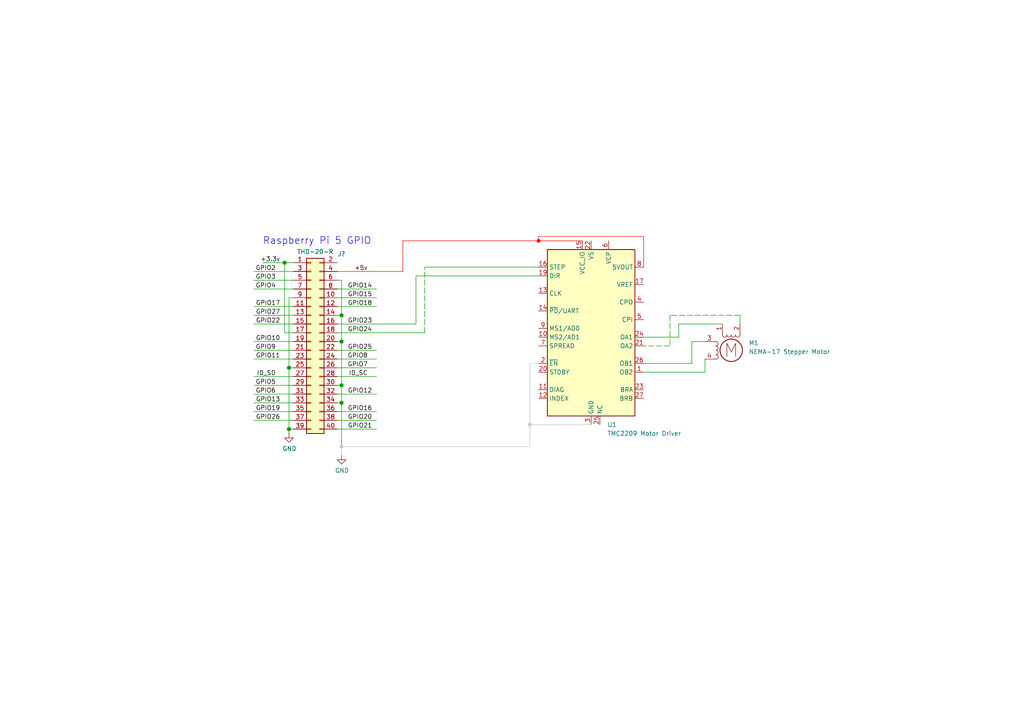
<source format=kicad_sch>
(kicad_sch (version 20250114) (generator "eeschema") (generator_version "9.0")
  (paper "A4")
  (title_block (title "Scroll Device") (date "2025-09-06") (rev "1") (company "Benji Welner a.k.a FIGBERT") (comment 1 "Made at the Recurse Center"))
  (lib_symbols
    (symbol "Connector_Generic:Conn_02x20_Odd_Even" (pin_names (offset 1.016) (hide yes))
      (property "Reference" "J" (at 1.27 25.4 0))
      (property "Value" "Conn_02x20_Odd_Even" (at 1.27 -27.94 0))
      (symbol "Conn_02x20_Odd_Even_1_1"
        (rectangle (start -1.27 24.13) (end 3.81 -26.67) (stroke (width 0.254)) (fill (type background)))
        (rectangle (start -1.27 22.987) (end 0 22.733) (stroke (width 0.1524)))
        (rectangle (start -1.27 20.447) (end 0 20.193) (stroke (width 0.1524)))
        (rectangle (start -1.27 17.907) (end 0 17.653) (stroke (width 0.1524)))
        (rectangle (start -1.27 15.367) (end 0 15.113) (stroke (width 0.1524)))
        (rectangle (start -1.27 12.827) (end 0 12.573) (stroke (width 0.1524)))
        (rectangle (start -1.27 10.287) (end 0 10.033) (stroke (width 0.1524)))
        (rectangle (start -1.27 7.747) (end 0 7.493) (stroke (width 0.1524)))
        (rectangle (start -1.27 5.207) (end 0 4.953) (stroke (width 0.1524)))
        (rectangle (start -1.27 2.667) (end 0 2.413) (stroke (width 0.1524)))
        (rectangle (start -1.27 0.127) (end 0 -0.127) (stroke (width 0.1524)))
        (rectangle (start -1.27 -2.413) (end 0 -2.667) (stroke (width 0.1524)))
        (rectangle (start -1.27 -4.953) (end 0 -5.207) (stroke (width 0.1524)))
        (rectangle (start -1.27 -7.493) (end 0 -7.747) (stroke (width 0.1524)))
        (rectangle (start -1.27 -10.033) (end 0 -10.287) (stroke (width 0.1524)))
        (rectangle (start -1.27 -12.573) (end 0 -12.827) (stroke (width 0.1524)))
        (rectangle (start -1.27 -15.113) (end 0 -15.367) (stroke (width 0.1524)))
        (rectangle (start -1.27 -17.653) (end 0 -17.907) (stroke (width 0.1524)))
        (rectangle (start -1.27 -20.193) (end 0 -20.447) (stroke (width 0.1524)))
        (rectangle (start -1.27 -22.733) (end 0 -22.987) (stroke (width 0.1524)))
        (rectangle (start -1.27 -25.273) (end 0 -25.527) (stroke (width 0.1524)))
        (rectangle (start 3.81 22.987) (end 2.54 22.733) (stroke (width 0.1524)))
        (rectangle (start 3.81 20.447) (end 2.54 20.193) (stroke (width 0.1524)))
        (rectangle (start 3.81 17.907) (end 2.54 17.653) (stroke (width 0.1524)))
        (rectangle (start 3.81 15.367) (end 2.54 15.113) (stroke (width 0.1524)))
        (rectangle (start 3.81 12.827) (end 2.54 12.573) (stroke (width 0.1524)))
        (rectangle (start 3.81 10.287) (end 2.54 10.033) (stroke (width 0.1524)))
        (rectangle (start 3.81 7.747) (end 2.54 7.493) (stroke (width 0.1524)))
        (rectangle (start 3.81 5.207) (end 2.54 4.953) (stroke (width 0.1524)))
        (rectangle (start 3.81 2.667) (end 2.54 2.413) (stroke (width 0.1524)))
        (rectangle (start 3.81 0.127) (end 2.54 -0.127) (stroke (width 0.1524)))
        (rectangle (start 3.81 -2.413) (end 2.54 -2.667) (stroke (width 0.1524)))
        (rectangle (start 3.81 -4.953) (end 2.54 -5.207) (stroke (width 0.1524)))
        (rectangle (start 3.81 -7.493) (end 2.54 -7.747) (stroke (width 0.1524)))
        (rectangle (start 3.81 -10.033) (end 2.54 -10.287) (stroke (width 0.1524)))
        (rectangle (start 3.81 -12.573) (end 2.54 -12.827) (stroke (width 0.1524)))
        (rectangle (start 3.81 -15.113) (end 2.54 -15.367) (stroke (width 0.1524)))
        (rectangle (start 3.81 -17.653) (end 2.54 -17.907) (stroke (width 0.1524)))
        (rectangle (start 3.81 -20.193) (end 2.54 -20.447) (stroke (width 0.1524)))
        (rectangle (start 3.81 -22.733) (end 2.54 -22.987) (stroke (width 0.1524)))
        (rectangle (start 3.81 -25.273) (end 2.54 -25.527) (stroke (width 0.1524)))
        (pin passive line (at -5.08 22.86 0) (length 3.81) (name "Pin_1") (number "1"))
        (pin passive line (at -5.08 20.32 0) (length 3.81) (name "Pin_3") (number "3"))
        (pin passive line (at -5.08 17.78 0) (length 3.81) (name "Pin_5") (number "5"))
        (pin passive line (at -5.08 15.24 0) (length 3.81) (name "Pin_7") (number "7"))
        (pin passive line (at -5.08 12.7 0) (length 3.81) (name "Pin_9") (number "9"))
        (pin passive line (at -5.08 10.16 0) (length 3.81) (name "Pin_11") (number "11"))
        (pin passive line (at -5.08 7.62 0) (length 3.81) (name "Pin_13") (number "13"))
        (pin passive line (at -5.08 5.08 0) (length 3.81) (name "Pin_15") (number "15"))
        (pin passive line (at -5.08 2.54 0) (length 3.81) (name "Pin_17") (number "17"))
        (pin passive line (at -5.08 0 0) (length 3.81) (name "Pin_19") (number "19"))
        (pin passive line (at -5.08 -2.54 0) (length 3.81) (name "Pin_21") (number "21"))
        (pin passive line (at -5.08 -5.08 0) (length 3.81) (name "Pin_23") (number "23"))
        (pin passive line (at -5.08 -7.62 0) (length 3.81) (name "Pin_25") (number "25"))
        (pin passive line (at -5.08 -10.16 0) (length 3.81) (name "Pin_27") (number "27"))
        (pin passive line (at -5.08 -12.7 0) (length 3.81) (name "Pin_29") (number "29"))
        (pin passive line (at -5.08 -15.24 0) (length 3.81) (name "Pin_31") (number "31"))
        (pin passive line (at -5.08 -17.78 0) (length 3.81) (name "Pin_33") (number "33"))
        (pin passive line (at -5.08 -20.32 0) (length 3.81) (name "Pin_35") (number "35"))
        (pin passive line (at -5.08 -22.86 0) (length 3.81) (name "Pin_37") (number "37"))
        (pin passive line (at -5.08 -25.4 0) (length 3.81) (name "Pin_39") (number "39"))
        (pin passive line (at 7.62 22.86 180) (length 3.81) (name "Pin_2") (number "2"))
        (pin passive line (at 7.62 20.32 180) (length 3.81) (name "Pin_4") (number "4"))
        (pin passive line (at 7.62 17.78 180) (length 3.81) (name "Pin_6") (number "6"))
        (pin passive line (at 7.62 15.24 180) (length 3.81) (name "Pin_8") (number "8"))
        (pin passive line (at 7.62 12.7 180) (length 3.81) (name "Pin_10") (number "10"))
        (pin passive line (at 7.62 10.16 180) (length 3.81) (name "Pin_12") (number "12"))
        (pin passive line (at 7.62 7.62 180) (length 3.81) (name "Pin_14") (number "14"))
        (pin passive line (at 7.62 5.08 180) (length 3.81) (name "Pin_16") (number "16"))
        (pin passive line (at 7.62 2.54 180) (length 3.81) (name "Pin_18") (number "18"))
        (pin passive line (at 7.62 0 180) (length 3.81) (name "Pin_20") (number "20"))
        (pin passive line (at 7.62 -2.54 180) (length 3.81) (name "Pin_22") (number "22"))
        (pin passive line (at 7.62 -5.08 180) (length 3.81) (name "Pin_24") (number "24"))
        (pin passive line (at 7.62 -7.62 180) (length 3.81) (name "Pin_26") (number "26"))
        (pin passive line (at 7.62 -10.16 180) (length 3.81) (name "Pin_28") (number "28"))
        (pin passive line (at 7.62 -12.7 180) (length 3.81) (name "Pin_30") (number "30"))
        (pin passive line (at 7.62 -15.24 180) (length 3.81) (name "Pin_32") (number "32"))
        (pin passive line (at 7.62 -17.78 180) (length 3.81) (name "Pin_34") (number "34"))
        (pin passive line (at 7.62 -20.32 180) (length 3.81) (name "Pin_36") (number "36"))
        (pin passive line (at 7.62 -22.86 180) (length 3.81) (name "Pin_38") (number "38"))
        (pin passive line (at 7.62 -25.4 180) (length 3.81) (name "Pin_40") (number "40"))
      )
    )
    (symbol "Driver_Motor:TMC2209-LA"
      (property "Reference" "U" (at -11.684 26.924 0))
      (property "Value" "TMC2209-LA" (at 13.208 26.924 0))
      (symbol "TMC2209-LA_0_1"
        (rectangle (start -12.7 25.4) (end 12.7 -22.86) (stroke (width 0.254)) (fill (type background)))
      )
      (symbol "TMC2209-LA_1_1"
        (pin input line (at -15.24 20.32 0) (length 2.54) (name "STEP") (number "16"))
        (pin input line (at -15.24 17.78 0) (length 2.54) (name "DIR") (number "19"))
        (pin input line (at -15.24 12.7 0) (length 2.54) (name "CLK") (number "13"))
        (pin bidirectional line (at -15.24 7.62 0) (length 2.54) (name "~{PD}/UART") (number "14"))
        (pin input line (at -15.24 2.54 0) (length 2.54) (name "MS1/AD0") (number "9"))
        (pin input line (at -15.24 0 0) (length 2.54) (name "MS2/AD1") (number "10"))
        (pin input line (at -15.24 -2.54 0) (length 2.54) (name "SPREAD") (number "7"))
        (pin input line (at -15.24 -7.62 0) (length 2.54) (name "~{EN}") (number "2"))
        (pin input line (at -15.24 -10.16 0) (length 2.54) (name "STDBY") (number "20"))
        (pin output line (at -15.24 -15.24 0) (length 2.54) (name "DIAG") (number "11"))
        (pin output line (at -15.24 -17.78 0) (length 2.54) (name "INDEX") (number "12"))
        (pin power_in line (at -2.54 27.94 270) (length 2.54) (name "VCC_IO") (number "15"))
        (pin power_in line (at 0 27.94 270) (length 2.54) (name "VS") (number "22"))
        (pin passive line (at 0 27.94 270) (length 2.54) (hide yes) (name "VS") (number "28"))
        (pin passive line (at 0 -25.4 90) (length 2.54) (hide yes) (name "GND") (number "18"))
        (pin passive line (at 0 -25.4 90) (length 2.54) (hide yes) (name "GND") (number "29"))
        (pin power_in line (at 0 -25.4 90) (length 2.54) (name "GND") (number "3"))
        (pin passive line (at 2.54 -25.4 90) (length 2.54) (name "NC") (number "25"))
        (pin output line (at 5.08 27.94 270) (length 2.54) (name "VCP") (number "6"))
        (pin power_out line (at 15.24 20.32 180) (length 2.54) (name "5VOUT") (number "8"))
        (pin passive line (at 15.24 15.24 180) (length 2.54) (name "VREF") (number "17"))
        (pin input line (at 15.24 10.16 180) (length 2.54) (name "CPO") (number "4"))
        (pin input line (at 15.24 5.08 180) (length 2.54) (name "CPI") (number "5"))
        (pin output line (at 15.24 0 180) (length 2.54) (name "OA1") (number "24"))
        (pin output line (at 15.24 -2.54 180) (length 2.54) (name "OA2") (number "21"))
        (pin output line (at 15.24 -7.62 180) (length 2.54) (name "OB1") (number "26"))
        (pin output line (at 15.24 -10.16 180) (length 2.54) (name "OB2") (number "1"))
        (pin input line (at 15.24 -15.24 180) (length 2.54) (name "BRA") (number "23"))
        (pin input line (at 15.24 -17.78 180) (length 2.54) (name "BRB") (number "27"))
      )
    )
    (symbol "Motor:Stepper_Motor_bipolar" (pin_names (offset 0) (hide yes))
      (property "Reference" "M" (at 3.81 2.54 0))
      (property "Value" "Stepper_Motor_bipolar" (at 3.81 1.27 0))
      (symbol "Stepper_Motor_bipolar_0_0"
        (polyline (pts (xy -1.27 -1.778) (xy -1.27 2.032) (xy 0 -0.508) (xy 1.27 2.032) (xy 1.27 -1.778)))
      )
      (symbol "Stepper_Motor_bipolar_0_1"
        (polyline (pts (xy -5.08 2.54) (xy -4.445 2.54)))
        (polyline (pts (xy -5.08 -2.54) (xy -4.445 -2.54)))
        (arc (start -4.445 2.54) (mid -3.8127 1.905) (end -4.445 1.27))
        (arc (start -4.445 1.27) (mid -3.8127 0.635) (end -4.445 0))
        (arc (start -4.445 0) (mid -3.8127 -0.635) (end -4.445 -1.27))
        (arc (start -4.445 -1.27) (mid -3.8127 -1.905) (end -4.445 -2.54))
        (polyline (pts (xy -2.54 5.08) (xy -2.54 4.445)))
        (arc (start -1.27 4.445) (mid -1.905 3.8127) (end -2.54 4.445))
        (arc (start 0 4.445) (mid -0.635 3.8127) (end -1.27 4.445))
        (circle (center 0 0) (radius 3.2512) (stroke (width 0.254)))
        (arc (start 1.27 4.445) (mid 0.635 3.8127) (end 0 4.445))
        (arc (start 2.54 4.445) (mid 1.905 3.8127) (end 1.27 4.445))
        (polyline (pts (xy 2.54 5.08) (xy 2.54 4.445)))
      )
      (symbol "Stepper_Motor_bipolar_1_1"
        (pin passive line (at -7.62 2.54 0) (length 2.54) (name "~") (number "3"))
        (pin passive line (at -7.62 -2.54 0) (length 2.54) (name "~") (number "4"))
        (pin passive line (at -2.54 7.62 270) (length 2.54) (name "~") (number "1"))
        (pin passive line (at 2.54 7.62 270) (length 2.54) (name "-") (number "2"))
      )
    )
    (symbol "power:GND" (power) (pin_numbers (hide yes)) (pin_names (offset 0) (hide yes))
      (property "Value" "GND" (at 0 -3.81 0))
      (symbol "GND_0_1"
        (polyline (pts (xy 0 0) (xy 0 -1.27) (xy 1.27 -1.27) (xy 0 -2.54) (xy -1.27 -1.27) (xy 0 -1.27)))
      )
      (symbol "GND_1_1"
        (pin power_in line (at 0 0 270) (length 0) (name "~") (number "1"))
      )
    )
  )
  (text "Raspberry Pi 5 GPIO" (at 76.2 71.12 0) (effects (font (size 2.007 2.007)) (justify left bottom)))
  (junction (at 99.06 116.84) (diameter 1.016))
  (junction (at 82.55 76.2) (diameter 1.016))
  (junction (at 99.06 99.06) (diameter 1.016))
  (junction (at 156.21 69.85) (color 255 0 0 1))
  (junction (at 83.82 106.68) (diameter 1.016))
  (junction (at 83.82 124.46) (diameter 1.016))
  (junction (at 99.06 111.76) (diameter 1.016))
  (junction (at 99.06 129.54) (color 194 194 194 1))
  (junction (at 99.06 91.44) (diameter 1.016))
  (junction (at 153.67 123.19) (color 194 194 194 1))
  (wire (pts (xy 156.21 68.58) (xy 156.21 69.85)) (stroke (width 0) (color 255 0 0 1)))
  (wire (pts (xy 73.66 111.76) (xy 85.09 111.76)))
  (wire (pts (xy 73.66 119.38) (xy 85.09 119.38)))
  (wire (pts (xy 153.67 129.54) (xy 99.06 129.54)) (stroke (width 0) (color 194 194 194 1)))
  (wire (pts (xy 97.79 101.6) (xy 109.22 101.6)))
  (wire (pts (xy 99.06 99.06) (xy 97.79 99.06)))
  (wire (pts (xy 73.66 104.14) (xy 85.09 104.14)))
  (wire (pts (xy 83.82 106.68) (xy 85.09 106.68)))
  (wire (pts (xy 73.66 99.06) (xy 85.09 99.06)))
  (wire (pts (xy 204.47 104.14) (xy 204.47 107.95)))
  (wire (pts (xy 97.79 121.92) (xy 109.22 121.92)))
  (wire (pts (xy 196.85 93.98) (xy 196.85 97.79)))
  (wire (pts (xy 97.79 109.22) (xy 109.22 109.22)))
  (wire (pts (xy 120.65 80.01) (xy 156.21 80.01)))
  (wire (pts (xy 194.31 100.33) (xy 186.69 100.33)) (stroke (width 0) (type dash)))
  (wire (pts (xy 83.82 86.36) (xy 83.82 106.68)))
  (wire (pts (xy 123.19 77.47) (xy 156.21 77.47)))
  (wire (pts (xy 186.69 107.95) (xy 204.47 107.95)))
  (wire (pts (xy 97.79 114.3) (xy 109.22 114.3)))
  (wire (pts (xy 120.65 93.98) (xy 120.65 80.01)))
  (wire (pts (xy 99.06 111.76) (xy 99.06 99.06)))
  (wire (pts (xy 99.06 129.54) (xy 99.06 132.08)) (stroke (width 0) (color 194 194 194 1)))
  (wire (pts (xy 209.55 93.98) (xy 196.85 93.98)))
  (wire (pts (xy 153.67 105.41) (xy 153.67 123.19)) (stroke (width 0) (color 194 194 194 1)))
  (wire (pts (xy 200.66 105.41) (xy 186.69 105.41)))
  (wire (pts (xy 85.09 76.2) (xy 82.55 76.2)))
  (wire (pts (xy 73.66 109.22) (xy 85.09 109.22)))
  (wire (pts (xy 73.66 93.98) (xy 85.09 93.98)))
  (wire (pts (xy 99.06 116.84) (xy 99.06 129.54)))
  (wire (pts (xy 196.85 97.79) (xy 186.69 97.79)))
  (wire (pts (xy 83.82 106.68) (xy 83.82 124.46)))
  (wire (pts (xy 116.84 78.74) (xy 116.84 69.85)) (stroke (width 0) (color 255 0 0 1)))
  (wire (pts (xy 73.66 121.92) (xy 85.09 121.92)))
  (wire (pts (xy 85.09 86.36) (xy 83.82 86.36)))
  (wire (pts (xy 97.79 106.68) (xy 109.22 106.68)))
  (wire (pts (xy 214.63 91.44) (xy 194.31 91.44)) (stroke (width 0) (type dash)))
  (wire (pts (xy 97.79 83.82) (xy 109.22 83.82)))
  (wire (pts (xy 99.06 116.84) (xy 99.06 111.76)))
  (wire (pts (xy 200.66 99.06) (xy 200.66 105.41)))
  (wire (pts (xy 99.06 81.28) (xy 99.06 91.44)))
  (wire (pts (xy 153.67 123.19) (xy 153.67 129.54)) (stroke (width 0) (color 194 194 194 1)))
  (wire (pts (xy 73.66 114.3) (xy 85.09 114.3)))
  (wire (pts (xy 73.66 91.44) (xy 85.09 91.44)))
  (wire (pts (xy 97.79 81.28) (xy 99.06 81.28)))
  (wire (pts (xy 153.67 123.19) (xy 171.45 123.19)) (stroke (width 0) (color 194 194 194 1)))
  (wire (pts (xy 97.79 96.52) (xy 123.19 96.52)))
  (wire (pts (xy 116.84 69.85) (xy 156.21 69.85)) (stroke (width 0) (color 255 0 0 1)))
  (wire (pts (xy 214.63 93.98) (xy 214.63 91.44)))
  (wire (pts (xy 156.21 69.85) (xy 168.91 69.85)) (stroke (width 0) (color 255 0 0 1)))
  (wire (pts (xy 82.55 76.2) (xy 82.55 96.52)))
  (wire (pts (xy 97.79 111.76) (xy 99.06 111.76)))
  (wire (pts (xy 73.66 116.84) (xy 85.09 116.84)))
  (wire (pts (xy 97.79 124.46) (xy 109.22 124.46)))
  (wire (pts (xy 99.06 91.44) (xy 97.79 91.44)))
  (wire (pts (xy 97.79 104.14) (xy 109.22 104.14)))
  (wire (pts (xy 73.66 78.74) (xy 85.09 78.74)))
  (wire (pts (xy 97.79 86.36) (xy 109.22 86.36)))
  (wire (pts (xy 194.31 91.44) (xy 194.31 100.33)) (stroke (width 0) (type dash)))
  (wire (pts (xy 186.69 68.58) (xy 186.69 77.47)) (stroke (width 0) (color 255 0 0 1)))
  (wire (pts (xy 204.47 99.06) (xy 200.66 99.06)))
  (wire (pts (xy 97.79 119.38) (xy 109.22 119.38)))
  (wire (pts (xy 99.06 91.44) (xy 99.06 99.06)))
  (wire (pts (xy 73.66 83.82) (xy 85.09 83.82)))
  (wire (pts (xy 83.82 124.46) (xy 85.09 124.46)))
  (wire (pts (xy 73.66 81.28) (xy 85.09 81.28)))
  (wire (pts (xy 156.21 105.41) (xy 153.67 105.41)) (stroke (width 0) (color 194 194 194 1)))
  (wire (pts (xy 97.79 93.98) (xy 120.65 93.98)))
  (wire (pts (xy 186.69 68.58) (xy 156.21 68.58)) (stroke (width 0) (color 255 0 0 1)))
  (wire (pts (xy 83.82 124.46) (xy 83.82 125.73)))
  (wire (pts (xy 82.55 96.52) (xy 85.09 96.52)))
  (wire (pts (xy 97.79 88.9) (xy 109.22 88.9)))
  (wire (pts (xy 73.66 101.6) (xy 85.09 101.6)))
  (wire (pts (xy 123.19 96.52) (xy 123.19 77.47)) (stroke (width 0) (type dash)))
  (wire (pts (xy 76.2 76.2) (xy 82.55 76.2)))
  (wire (pts (xy 97.79 116.84) (xy 99.06 116.84)))
  (wire (pts (xy 97.79 78.74) (xy 116.84 78.74)) (stroke (width 0) (color 255 0 0 1)))
  (wire (pts (xy 73.66 88.9) (xy 85.09 88.9)))
  (label "GPIO18" (at 107.95 88.9 180))
  (label "ID_SC" (at 106.68 109.22 180))
  (label "GPIO17" (at 81.28 88.9 180))
  (label "GPIO3" (at 80.01 81.28 180))
  (label "GPIO26" (at 81.28 121.92 180))
  (label "GPIO8" (at 106.68 104.14 180))
  (label "+3.3v" (at 81.28 76.2 180))
  (label "GPIO15" (at 107.95 86.36 180))
  (label "GPIO23" (at 107.95 93.98 180))
  (label "+5v" (at 106.68 78.74 180))
  (label "GPIO20" (at 107.95 121.92 180))
  (label "GPIO21" (at 107.95 124.46 180))
  (label "GPIO9" (at 80.01 101.6 180))
  (label "GPIO27" (at 81.28 91.44 180))
  (label "GPIO16" (at 107.95 119.38 180))
  (label "GPIO22" (at 81.28 93.98 180))
  (label "GPIO13" (at 81.28 116.84 180))
  (label "GPIO6" (at 80.01 114.3 180))
  (label "GPIO19" (at 81.28 119.38 180))
  (label "GPIO12" (at 107.95 114.3 180))
  (label "GPIO2" (at 80.01 78.74 180))
  (label "GPIO11" (at 81.28 104.14 180))
  (label "GPIO10" (at 81.28 99.06 180))
  (label "GPIO4" (at 80.01 83.82 180))
  (label "GPIO5" (at 80.01 111.76 180))
  (label "ID_SD" (at 80.01 109.22 180))
  (label "GPIO14" (at 107.95 83.82 180))
  (label "GPIO25" (at 107.95 101.6 180))
  (label "GPIO7" (at 106.68 106.68 180))
  (label "GPIO24" (at 107.95 96.52 180))
  (symbol (lib_id "Connector_Generic:Conn_02x20_Odd_Even") (at 90.17 99.06 0) (unit 1)
    (property "Reference" "J?" (at 99.06 73.66 0))
    (property "Value" "THD-20-R" (at 91.44 72.9996 0))
    (property "Footprint" "Connector_PinHeader_2.54mm:PinHeader_2x20_P2.54mm_Vertical" (effects (hide yes)))
    (property "Datasheet" "https://www.toby.co.uk/uploads/publications/1673.pdf" (effects (hide yes)))
    (property "Field4" "Toby" (effects (hide yes)))
    (property "Field5" "THD-20-R" (effects (hide yes)))
    (property "Field6" "THD-20-R" (effects (hide yes)))
    (property "Field7" "Toby" (effects (hide yes)))
    (property "Field8" "UCON00511" (effects (hide yes)))
    (property "Part Description" "PinHeader_2x20_P2.54mm_Vertical" (effects (hide yes)))
  )
  (symbol (lib_id "power:GND") (at 99.06 132.08 0) (unit 1)
    (property "Reference" "#PWR?" (effects (hide yes)))
    (property "Value" "GND" (at 99.187 136.4742 0))
    (property "Description" "Power symbol creates a global label with name \"GND\" , ground" (effects (hide yes)))
  )
  (symbol (lib_id "power:GND") (at 83.82 125.73 0) (unit 1)
    (property "Reference" "#PWR?" (effects (hide yes)))
    (property "Value" "GND" (at 83.947 130.1242 0))
    (property "Description" "Power symbol creates a global label with name \"GND\" , ground" (effects (hide yes)))
  )
  (symbol (lib_id "Driver_Motor:TMC2209-LA") (at 171.45 97.79 0) (unit 1)
    (property "Reference" "U1" (at 176.1333 123.19 0) (effects (justify left)))
    (property "Value" "TMC2209 Motor Driver" (at 176.1333 125.73 0) (effects (justify left)))
    (property "Footprint" "Package_DFN_QFN:VQFN-28-1EP_5x5mm_P0.5mm_EP3.7x3.7mm_ThermalVias" (effects (hide yes)))
    (property "Datasheet" "https://www.analog.com/media/en/technical-documentation/data-sheets/TMC2209_datasheet_rev1.09.pdf" (effects (hide yes)))
    (property "Description" "2-phase stepper motor driver, 256 µSteps, 2.8A peak, 2.0A RMS, VS = 4.75..29V, STEP/DIR and UART interface, VQFN-28" (effects (hide yes)))
  )
  (symbol (lib_id "Motor:Stepper_Motor_bipolar") (at 212.09 101.6 0) (unit 1)
    (property "Reference" "M1" (at 217.17 99.479 0) (effects (justify left)))
    (property "Value" "NEMA-17 Stepper Motor" (at 217.17 102.019 0) (effects (justify left)))
    (property "Datasheet" "http://www.infineon.com/dgdl/Application-Note-TLE8110EE_driving_UniPolarStepperMotor_V1.1.pdf?fileId=db3a30431be39b97011be5d0aa0a00b0" (effects (hide yes)))
    (property "Description" "4-wire bipolar stepper motor" (effects (hide yes)))
  )
)
</source>
